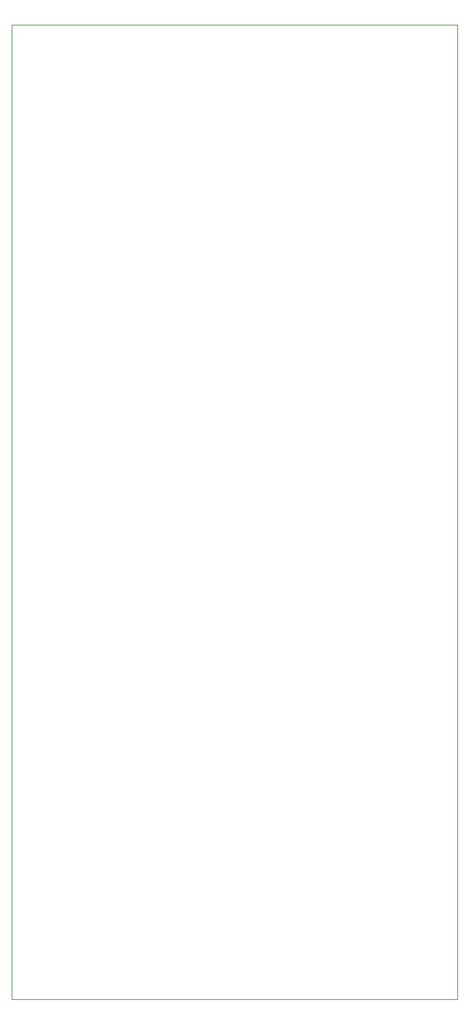
<source format=gm1>
%TF.GenerationSoftware,KiCad,Pcbnew,(5.1.10-1-10_14)*%
%TF.CreationDate,2022-05-12T15:34:05+03:00*%
%TF.ProjectId,Logic_signal_amplifier,4c6f6769-635f-4736-9967-6e616c5f616d,rev?*%
%TF.SameCoordinates,Original*%
%TF.FileFunction,Profile,NP*%
%FSLAX46Y46*%
G04 Gerber Fmt 4.6, Leading zero omitted, Abs format (unit mm)*
G04 Created by KiCad (PCBNEW (5.1.10-1-10_14)) date 2022-05-12 15:34:05*
%MOMM*%
%LPD*%
G01*
G04 APERTURE LIST*
%TA.AperFunction,Profile*%
%ADD10C,0.050000*%
%TD*%
G04 APERTURE END LIST*
D10*
X93000000Y-31000000D02*
X148000000Y-31000000D01*
X148000000Y-151000000D02*
X148000000Y-31000000D01*
X93000000Y-151000000D02*
X148000000Y-151000000D01*
X93000000Y-31000000D02*
X93000000Y-151000000D01*
M02*

</source>
